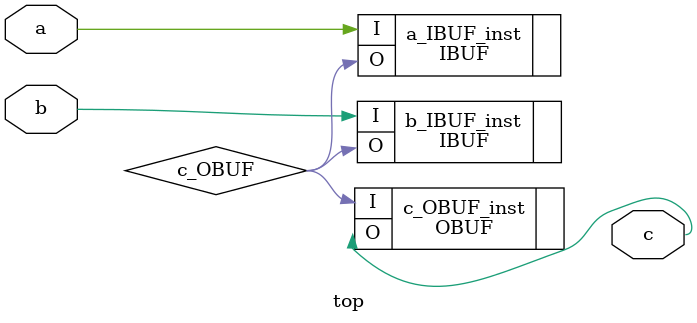
<source format=v>
`timescale 1 ps / 1 ps

(* STRUCTURAL_NETLIST = "yes" *)
module top
   (a,
    b,
    c);
  input a;
  input b;
  output c;

  wire a;
  wire b;
  wire c;
  wire c_OBUF;

  IBUF a_IBUF_inst
       (.I(a),
        .O(c_OBUF));
  IBUF b_IBUF_inst
       (.I(b),
        .O(c_OBUF));
  OBUF c_OBUF_inst
       (.I(c_OBUF),
        .O(c));
endmodule

</source>
